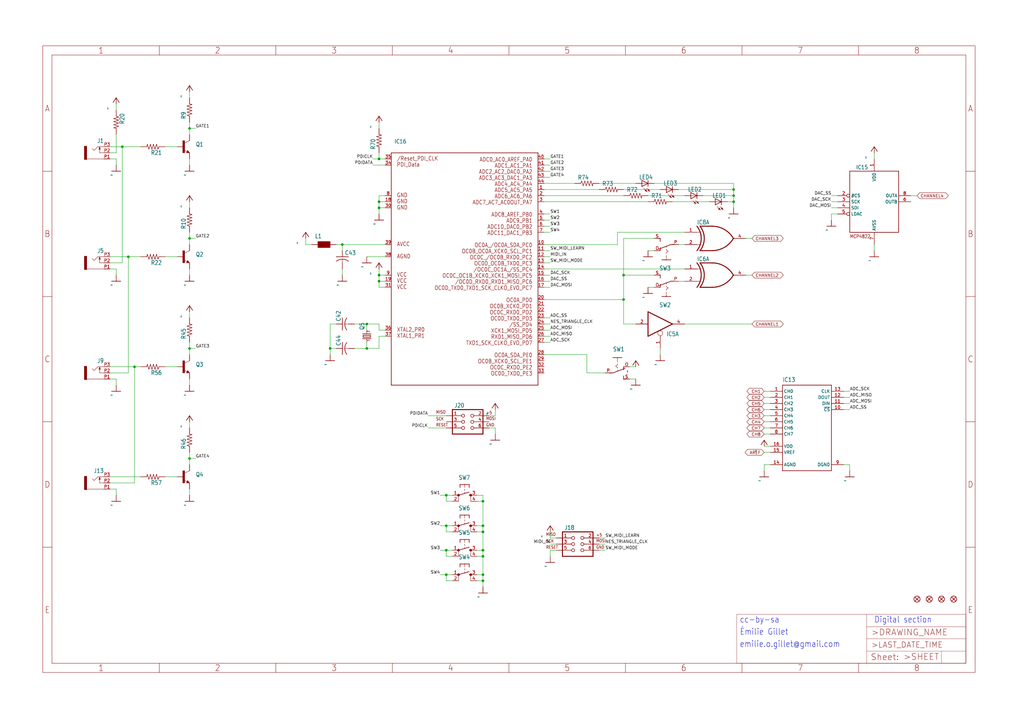
<source format=kicad_sch>
(kicad_sch (version 20211123) (generator eeschema)
  (paper "User" 425.45 299.161)
  (lib_symbols
    (symbol "edges_v20-eagle-import:+3V3" (power)
      (property "Value" "+3V3" (at -2.54 -5.08 90))
      (symbol "+3V3_1_0"
        (pin power_in line (at 0 -2.54 90) (length 2.54) (name "+3V3") (number "1"))
      )
    )
    (symbol "edges_v20-eagle-import:-NPN-SOT23-BEC"
      (property "Reference" "T" (at -10.16 7.62 0))
      (property "Value" "-NPN-SOT23-BEC" (at -10.16 5.08 0))
      (symbol "-NPN-SOT23-BEC_1_0"
        (pin passive line (at -2.54 0 0) (length 2.54) (name "B") (number "B"))
        (pin passive line (at 2.54 5.08 270) (length 2.54) (name "C") (number "C"))
        (pin passive line (at 2.54 -5.08 90) (length 2.54) (name "E") (number "E"))
      )
    )
    (symbol "edges_v20-eagle-import:741G125DBV"
      (property "Reference" "IC" (at -0.635 -0.635 0))
      (symbol "741G125DBV_1_0"
        (pin input line (at 0 10.16 270) (length 5.08) (name "OE") (number "1"))
        (pin input line (at -10.16 0 0) (length 5.08) (name "I") (number "2"))
        (pin tri_state line (at 10.16 0 180) (length 5.08) (name "O") (number "4"))
      )
      (symbol "741G125DBV_2_0"
        (text "GND" (at 1.905 -6.35 900) (effects (font (size 1.27 1.0795)) (justify left bottom)))
        (text "VCC" (at 1.905 2.54 900) (effects (font (size 1.27 1.0795)) (justify left bottom)))
        (pin power_in line (at 0 -7.62 90) (length 5.08) (name "GND") (number "3"))
        (pin power_in line (at 0 7.62 270) (length 5.08) (name "VCC") (number "5"))
      )
    )
    (symbol "edges_v20-eagle-import:741G86DBV"
      (property "Reference" "IC" (at -0.635 -0.635 0))
      (symbol "741G86DBV_1_0"
        (pin input line (at -12.7 2.54 0) (length 5.08) (name "I0") (number "1"))
        (pin input line (at -12.7 -2.54 0) (length 5.08) (name "I1") (number "2"))
        (pin output line (at 12.7 0 180) (length 5.08) (name "O") (number "4"))
      )
      (symbol "741G86DBV_2_0"
        (text "GND" (at 1.905 -6.35 900) (effects (font (size 1.27 1.0795)) (justify left bottom)))
        (text "VCC" (at 1.905 2.54 900) (effects (font (size 1.27 1.0795)) (justify left bottom)))
        (pin power_in line (at 0 -7.62 90) (length 5.08) (name "GND") (number "3"))
        (pin power_in line (at 0 7.62 270) (length 5.08) (name "VCC") (number "5"))
      )
    )
    (symbol "edges_v20-eagle-import:A3L-LOC"
      (symbol "A3L-LOC_0_0"
        (text "1" (at 24.2094 1.905 0) (effects (font (size 2.54 2.286))))
        (text "1" (at 24.2094 258.445 0) (effects (font (size 2.54 2.286))))
        (text "2" (at 72.6281 1.905 0) (effects (font (size 2.54 2.286))))
        (text "2" (at 72.6281 258.445 0) (effects (font (size 2.54 2.286))))
        (text "3" (at 121.0469 1.905 0) (effects (font (size 2.54 2.286))))
        (text "3" (at 121.0469 258.445 0) (effects (font (size 2.54 2.286))))
        (text "4" (at 169.4656 1.905 0) (effects (font (size 2.54 2.286))))
        (text "4" (at 169.4656 258.445 0) (effects (font (size 2.54 2.286))))
        (text "5" (at 217.8844 1.905 0) (effects (font (size 2.54 2.286))))
        (text "5" (at 217.8844 258.445 0) (effects (font (size 2.54 2.286))))
        (text "6" (at 266.3031 1.905 0) (effects (font (size 2.54 2.286))))
        (text "6" (at 266.3031 258.445 0) (effects (font (size 2.54 2.286))))
        (text "7" (at 314.7219 1.905 0) (effects (font (size 2.54 2.286))))
        (text "7" (at 314.7219 258.445 0) (effects (font (size 2.54 2.286))))
        (text "8" (at 363.1406 1.905 0) (effects (font (size 2.54 2.286))))
        (text "8" (at 363.1406 258.445 0) (effects (font (size 2.54 2.286))))
        (text "A" (at 1.905 234.315 0) (effects (font (size 2.54 2.286))))
        (text "A" (at 385.445 234.315 0) (effects (font (size 2.54 2.286))))
        (text "B" (at 1.905 182.245 0) (effects (font (size 2.54 2.286))))
        (text "B" (at 385.445 182.245 0) (effects (font (size 2.54 2.286))))
        (text "C" (at 1.905 130.175 0) (effects (font (size 2.54 2.286))))
        (text "C" (at 385.445 130.175 0) (effects (font (size 2.54 2.286))))
        (text "D" (at 1.905 78.105 0) (effects (font (size 2.54 2.286))))
        (text "D" (at 385.445 78.105 0) (effects (font (size 2.54 2.286))))
        (text "E" (at 1.905 26.035 0) (effects (font (size 2.54 2.286))))
        (text "E" (at 385.445 26.035 0) (effects (font (size 2.54 2.286))))
      )
      (symbol "A3L-LOC_1_0"
        (text ">DRAWING_NAME" (at 344.17 15.24 0) (effects (font (size 2.54 2.54)) (justify left bottom)))
        (text ">LAST_DATE_TIME" (at 344.17 10.16 0) (effects (font (size 2.286 2.286)) (justify left bottom)))
        (text ">SHEET" (at 357.505 5.08 0) (effects (font (size 2.54 2.54)) (justify left bottom)))
        (text "Sheet:" (at 343.916 4.953 0) (effects (font (size 2.54 2.54)) (justify left bottom)))
      )
    )
    (symbol "edges_v20-eagle-import:AVR_SPI_PRG_6PTH"
      (property "Value" "AVR_SPI_PRG_6PTH" (at -4.064 -7.62 0))
      (symbol "AVR_SPI_PRG_6PTH_1_0"
        (text "+5" (at 8.89 3.048 0) (effects (font (size 1.27 1.0795)) (justify left bottom)))
        (text "GND" (at 8.89 -2.032 0) (effects (font (size 1.27 1.0795)) (justify left bottom)))
        (text "MISO" (at -11.938 3.302 0) (effects (font (size 1.27 1.0795)) (justify left bottom)))
        (text "MOSI" (at 8.89 0.635 0) (effects (font (size 1.27 1.0795)) (justify left bottom)))
        (text "RESET" (at -11.938 -2.032 0) (effects (font (size 1.27 1.0795)) (justify left bottom)))
        (text "SCK" (at -11.938 0.508 0) (effects (font (size 1.27 1.0795)) (justify left bottom)))
        (pin passive inverted (at -7.62 2.54 0) (length 7.62) (name "1") (number "1"))
        (pin passive inverted (at 10.16 2.54 180) (length 7.62) (name "2") (number "2"))
        (pin passive inverted (at -7.62 0 0) (length 7.62) (name "3") (number "3"))
        (pin passive inverted (at 10.16 0 180) (length 7.62) (name "4") (number "4"))
        (pin passive inverted (at -7.62 -2.54 0) (length 7.62) (name "5") (number "5"))
        (pin passive inverted (at 10.16 -2.54 180) (length 7.62) (name "6") (number "6"))
      )
    )
    (symbol "edges_v20-eagle-import:AVR_XMEGA_A4_44A"
      (property "Reference" "IC" (at -29.21 52.07 0))
      (property "Value" "AVR_XMEGA_A4_44A" (at -29.21 49.53 0))
      (symbol "AVR_XMEGA_A4_44A_1_0"
        (text "/OC0C_OC1A_/SS_PC4" (at 28.194 0.762 0) (effects (font (size 1.6764 1.4249)) (justify right top)))
        (text "/OC0D_RXD0_RXD1_MISO_PC6" (at 28.194 -4.318 0) (effects (font (size 1.6764 1.4249)) (justify right top)))
        (text "/Reset_PDI_CLK" (at -28.194 44.958 0) (effects (font (size 1.6764 1.4249)) (justify left bottom)))
        (text "/SS_PD4" (at 28.194 -22.098 0) (effects (font (size 1.6764 1.4249)) (justify right top)))
        (text "ADC0_AC0_AREF_PA0" (at 28.194 46.482 0) (effects (font (size 1.6764 1.4249)) (justify right top)))
        (text "ADC10_DAC0_PB2" (at 28.194 18.542 0) (effects (font (size 1.6764 1.4249)) (justify right top)))
        (text "ADC11_DAC1_PB3" (at 28.194 16.002 0) (effects (font (size 1.6764 1.4249)) (justify right top)))
        (text "ADC1_AC1_PA1" (at 28.194 43.942 0) (effects (font (size 1.6764 1.4249)) (justify right top)))
        (text "ADC2_AC2_DAC0_PA2" (at 28.194 41.402 0) (effects (font (size 1.6764 1.4249)) (justify right top)))
        (text "ADC3_AC3_DAC1_PA3" (at 28.194 38.862 0) (effects (font (size 1.6764 1.4249)) (justify right top)))
        (text "ADC4_AC4_PA4" (at 28.194 36.322 0) (effects (font (size 1.6764 1.4249)) (justify right top)))
        (text "ADC5_AC5_PA5" (at 28.194 33.782 0) (effects (font (size 1.6764 1.4249)) (justify right top)))
        (text "ADC6_AC6_PA6" (at 28.194 31.242 0) (effects (font (size 1.6764 1.4249)) (justify right top)))
        (text "ADC7_AC7_AC0OUT_PA7" (at 28.194 28.702 0) (effects (font (size 1.6764 1.4249)) (justify right top)))
        (text "ADC8_AREF_PB0" (at 28.194 23.622 0) (effects (font (size 1.6764 1.4249)) (justify right top)))
        (text "ADC9_PB1" (at 28.194 21.082 0) (effects (font (size 1.6764 1.4249)) (justify right top)))
        (text "AGND" (at -28.194 4.318 0) (effects (font (size 1.6764 1.4249)) (justify left bottom)))
        (text "AVCC" (at -28.194 9.398 0) (effects (font (size 1.6764 1.4249)) (justify left bottom)))
        (text "GND" (at -28.194 24.638 0) (effects (font (size 1.6764 1.4249)) (justify left bottom)))
        (text "GND" (at -28.194 27.178 0) (effects (font (size 1.6764 1.4249)) (justify left bottom)))
        (text "GND" (at -28.194 29.718 0) (effects (font (size 1.6764 1.4249)) (justify left bottom)))
        (text "OC0A_/OC0A_SDA_PC0" (at 28.194 10.922 0) (effects (font (size 1.6764 1.4249)) (justify right top)))
        (text "OC0A_PD0" (at 28.194 -11.938 0) (effects (font (size 1.6764 1.4249)) (justify right top)))
        (text "OC0A_SDA_PE0" (at 28.194 -34.798 0) (effects (font (size 1.6764 1.4249)) (justify right top)))
        (text "OC0B_OC0A_XCK0_SCL_PC1" (at 28.194 8.382 0) (effects (font (size 1.6764 1.4249)) (justify right top)))
        (text "OC0B_XCK0_PD1" (at 28.194 -14.478 0) (effects (font (size 1.6764 1.4249)) (justify right top)))
        (text "OC0B_XCK0_SCL_PE1" (at 28.194 -37.338 0) (effects (font (size 1.6764 1.4249)) (justify right top)))
        (text "OC0C_/OC0B_RXD0_PC2" (at 28.194 5.842 0) (effects (font (size 1.6764 1.4249)) (justify right top)))
        (text "OC0C_OC1B_XCK0_XCK1_MOSI_PC5" (at 28.194 -1.778 0) (effects (font (size 1.6764 1.4249)) (justify right top)))
        (text "OC0C_RXD0_PD2" (at 28.194 -17.018 0) (effects (font (size 1.6764 1.4249)) (justify right top)))
        (text "OC0C_RXD0_PE2" (at 28.194 -39.878 0) (effects (font (size 1.6764 1.4249)) (justify right top)))
        (text "OC0D_OC0B_TXD0_PC3" (at 28.194 3.302 0) (effects (font (size 1.6764 1.4249)) (justify right top)))
        (text "OC0D_TXD0_PD3" (at 28.194 -19.558 0) (effects (font (size 1.6764 1.4249)) (justify right top)))
        (text "OC0D_TXD0_PE3" (at 28.194 -42.418 0) (effects (font (size 1.6764 1.4249)) (justify right top)))
        (text "OC0D_TXD0_TXD1_SCK_CLKO_EVO_PC7" (at 28.194 -6.858 0) (effects (font (size 1.6764 1.4249)) (justify right top)))
        (text "PDI_Data" (at -28.194 42.418 0) (effects (font (size 1.6764 1.4249)) (justify left bottom)))
        (text "RXD1_MISO_PD6" (at 28.194 -27.178 0) (effects (font (size 1.6764 1.4249)) (justify right top)))
        (text "TXD1_SCK_CLKO_EVO_PD7" (at 28.194 -29.718 0) (effects (font (size 1.6764 1.4249)) (justify right top)))
        (text "VCC" (at -28.194 -8.382 0) (effects (font (size 1.6764 1.4249)) (justify left bottom)))
        (text "VCC" (at -28.194 -5.842 0) (effects (font (size 1.6764 1.4249)) (justify left bottom)))
        (text "VCC" (at -28.194 -3.302 0) (effects (font (size 1.6764 1.4249)) (justify left bottom)))
        (text "XCK1_MOSI_PD5" (at 28.194 -24.638 0) (effects (font (size 1.6764 1.4249)) (justify right top)))
        (text "XTAL1_PR1" (at -28.194 -28.702 0) (effects (font (size 1.6764 1.4249)) (justify left bottom)))
        (text "XTAL2_PR0" (at -28.194 -26.162 0) (effects (font (size 1.6764 1.4249)) (justify left bottom)))
        (pin bidirectional line (at 33.02 33.02 180) (length 2.54) (name "PA5") (number "1"))
        (pin bidirectional line (at 33.02 10.16 180) (length 2.54) (name "PC0") (number "10"))
        (pin bidirectional line (at 33.02 7.62 180) (length 2.54) (name "PC1") (number "11"))
        (pin bidirectional line (at 33.02 5.08 180) (length 2.54) (name "PC2") (number "12"))
        (pin bidirectional line (at 33.02 2.54 180) (length 2.54) (name "PC3") (number "13"))
        (pin bidirectional line (at 33.02 0 180) (length 2.54) (name "PC4") (number "14"))
        (pin bidirectional line (at 33.02 -2.54 180) (length 2.54) (name "PC5") (number "15"))
        (pin bidirectional line (at 33.02 -5.08 180) (length 2.54) (name "PC6") (number "16"))
        (pin bidirectional line (at 33.02 -7.62 180) (length 2.54) (name "PC7") (number "17"))
        (pin bidirectional line (at -33.02 27.94 0) (length 2.54) (name "GND2") (number "18"))
        (pin bidirectional line (at -33.02 -5.08 0) (length 2.54) (name "VCC2") (number "19"))
        (pin bidirectional line (at 33.02 30.48 180) (length 2.54) (name "PA6") (number "2"))
        (pin bidirectional line (at 33.02 -12.7 180) (length 2.54) (name "PD0") (number "20"))
        (pin bidirectional line (at 33.02 -15.24 180) (length 2.54) (name "PD1") (number "21"))
        (pin bidirectional line (at 33.02 -17.78 180) (length 2.54) (name "PD2") (number "22"))
        (pin bidirectional line (at 33.02 -20.32 180) (length 2.54) (name "PD3") (number "23"))
        (pin bidirectional line (at 33.02 -22.86 180) (length 2.54) (name "PD4") (number "24"))
        (pin bidirectional line (at 33.02 -25.4 180) (length 2.54) (name "PD5") (number "25"))
        (pin bidirectional line (at 33.02 -27.94 180) (length 2.54) (name "PD6") (number "26"))
        (pin bidirectional line (at 33.02 -30.48 180) (length 2.54) (name "PD7") (number "27"))
        (pin bidirectional line (at 33.02 -35.56 180) (length 2.54) (name "PE0") (number "28"))
        (pin bidirectional line (at 33.02 -38.1 180) (length 2.54) (name "PE1") (number "29"))
        (pin bidirectional line (at 33.02 27.94 180) (length 2.54) (name "PA7") (number "3"))
        (pin bidirectional line (at -33.02 25.4 0) (length 2.54) (name "GND3") (number "30"))
        (pin bidirectional line (at -33.02 -7.62 0) (length 2.54) (name "VCC3") (number "31"))
        (pin bidirectional line (at 33.02 -40.64 180) (length 2.54) (name "PE2") (number "32"))
        (pin bidirectional line (at 33.02 -43.18 180) (length 2.54) (name "PE3") (number "33"))
        (pin bidirectional line (at -33.02 43.18 0) (length 2.54) (name "PDI_DATA") (number "34"))
        (pin bidirectional line (at -33.02 45.72 0) (length 2.54) (name "RESET") (number "35"))
        (pin bidirectional line (at -33.02 -25.4 0) (length 2.54) (name "PR0") (number "36"))
        (pin bidirectional line (at -33.02 -27.94 0) (length 2.54) (name "PR1") (number "37"))
        (pin bidirectional line (at -33.02 5.08 0) (length 2.54) (name "AGND") (number "38"))
        (pin bidirectional line (at -33.02 10.16 0) (length 2.54) (name "AVCC") (number "39"))
        (pin bidirectional line (at 33.02 22.86 180) (length 2.54) (name "PB0") (number "4"))
        (pin bidirectional line (at 33.02 45.72 180) (length 2.54) (name "PA0") (number "40"))
        (pin bidirectional line (at 33.02 43.18 180) (length 2.54) (name "PA1") (number "41"))
        (pin bidirectional line (at 33.02 40.64 180) (length 2.54) (name "PA2") (number "42"))
        (pin bidirectional line (at 33.02 38.1 180) (length 2.54) (name "PA3") (number "43"))
        (pin bidirectional line (at 33.02 35.56 180) (length 2.54) (name "PA4") (number "44"))
        (pin bidirectional line (at 33.02 20.32 180) (length 2.54) (name "PB1") (number "5"))
        (pin bidirectional line (at 33.02 17.78 180) (length 2.54) (name "PB2") (number "6"))
        (pin bidirectional line (at 33.02 15.24 180) (length 2.54) (name "PB3") (number "7"))
        (pin bidirectional line (at -33.02 30.48 0) (length 2.54) (name "GND1") (number "8"))
        (pin bidirectional line (at -33.02 -2.54 0) (length 2.54) (name "VCC1") (number "9"))
      )
    )
    (symbol "edges_v20-eagle-import:C-USC0603"
      (property "Reference" "C" (at 1.016 0.635 0))
      (property "Value" "C-USC0603" (at 1.016 -4.191 0))
      (symbol "C-USC0603_1_0"
        (pin passive line (at 0 2.54 270) (length 2.54) (name "1") (number "1"))
        (pin passive line (at 0 -5.08 90) (length 2.54) (name "2") (number "2"))
      )
    )
    (symbol "edges_v20-eagle-import:CRYSTALHC49U70"
      (property "Reference" "Q" (at 2.54 1.016 0))
      (property "Value" "CRYSTALHC49U70" (at 2.54 -2.54 0))
      (symbol "CRYSTALHC49U70_1_0"
        (text "1" (at -2.159 -1.143 0) (effects (font (size 0.8636 0.734)) (justify left bottom)))
        (text "2" (at 1.524 -1.143 0) (effects (font (size 0.8636 0.734)) (justify left bottom)))
        (pin passive line (at -2.54 0 0) (length 0) (name "1") (number "1"))
        (pin passive line (at 2.54 0 180) (length 0) (name "2") (number "2"))
      )
    )
    (symbol "edges_v20-eagle-import:FIDUCIAL1X2")
    (symbol "edges_v20-eagle-import:GND" (power)
      (property "Value" "GND" (at -2.54 -2.54 0))
      (symbol "GND_1_0"
        (pin power_in line (at 0 2.54 270) (length 2.54) (name "GND") (number "1"))
      )
    )
    (symbol "edges_v20-eagle-import:LED3MM"
      (property "Reference" "LED" (at 3.556 -4.572 90))
      (property "Value" "LED3MM" (at 5.715 -4.572 90))
      (symbol "LED3MM_1_0"
        (pin passive line (at 0 2.54 270) (length 2.54) (name "A") (number "A"))
        (pin passive line (at 0 -5.08 90) (length 2.54) (name "C") (number "K"))
      )
    )
    (symbol "edges_v20-eagle-import:MCP3208"
      (property "Value" "MCP3208" (at 10.16 -13.97 0))
      (symbol "MCP3208_1_0"
        (pin bidirectional line (at -15.24 10.16 0) (length 5.08) (name "CH0") (number "1"))
        (pin bidirectional line (at 15.24 2.54 180) (length 5.08) (name "~{CS}") (number "10"))
        (pin bidirectional line (at 15.24 5.08 180) (length 5.08) (name "DIN") (number "11"))
        (pin bidirectional line (at 15.24 7.62 180) (length 5.08) (name "DOUT") (number "12"))
        (pin bidirectional line (at 15.24 10.16 180) (length 5.08) (name "CLK") (number "13"))
        (pin bidirectional line (at -15.24 -20.32 0) (length 5.08) (name "AGND") (number "14"))
        (pin bidirectional line (at -15.24 -15.24 0) (length 5.08) (name "VREF") (number "15"))
        (pin bidirectional line (at -15.24 -12.7 0) (length 5.08) (name "VDD") (number "16"))
        (pin bidirectional line (at -15.24 7.62 0) (length 5.08) (name "CH1") (number "2"))
        (pin bidirectional line (at -15.24 5.08 0) (length 5.08) (name "CH2") (number "3"))
        (pin bidirectional line (at -15.24 2.54 0) (length 5.08) (name "CH3") (number "4"))
        (pin bidirectional line (at -15.24 0 0) (length 5.08) (name "CH4") (number "5"))
        (pin bidirectional line (at -15.24 -2.54 0) (length 5.08) (name "CH5") (number "6"))
        (pin bidirectional line (at -15.24 -5.08 0) (length 5.08) (name "CH6") (number "7"))
        (pin bidirectional line (at -15.24 -7.62 0) (length 5.08) (name "CH7") (number "8"))
        (pin bidirectional line (at 15.24 -20.32 180) (length 5.08) (name "DGND") (number "9"))
      )
    )
    (symbol "edges_v20-eagle-import:MCP4822SO08"
      (symbol "MCP4822SO08_1_0"
        (text "MCP4822" (at -10.16 -15.24 0) (effects (font (size 1.4224 1.209)) (justify left bottom)))
        (pin power_in line (at 0 17.78 270) (length 5.08) (name "VDD") (number "1"))
        (pin input inverted (at -15.24 2.54 0) (length 5.08) (name "#CS") (number "2"))
        (pin input line (at -15.24 0 0) (length 5.08) (name "SCK") (number "3"))
        (pin input line (at -15.24 -2.54 0) (length 5.08) (name "SDI") (number "4"))
        (pin input inverted (at -15.24 -5.08 0) (length 5.08) (name "LDAC") (number "5"))
        (pin output line (at 15.24 0 180) (length 5.08) (name "OUTB") (number "6"))
        (pin power_in line (at 0 -17.78 90) (length 5.08) (name "AVSS") (number "7"))
        (pin output line (at 15.24 2.54 180) (length 5.08) (name "OUTA") (number "8"))
      )
    )
    (symbol "edges_v20-eagle-import:PJ301_THONKICONN6"
      (property "Reference" "J" (at -2.54 4.064 0))
      (symbol "PJ301_THONKICONN6_1_0"
        (pin passive line (at -5.08 -2.54 0) (length 2.54) (name "1") (number "P1"))
        (pin passive line (at -5.08 0 0) (length 2.54) (name "2") (number "P2"))
        (pin passive line (at -5.08 2.54 0) (length 2.54) (name "3") (number "P3"))
      )
    )
    (symbol "edges_v20-eagle-import:R-US_R0603"
      (property "Reference" "R" (at -3.81 1.4986 0))
      (property "Value" "R-US_R0603" (at -3.81 -3.302 0))
      (symbol "R-US_R0603_1_0"
        (pin passive line (at -5.08 0 0) (length 2.54) (name "1") (number "1"))
        (pin passive line (at 5.08 0 180) (length 2.54) (name "2") (number "2"))
      )
    )
    (symbol "edges_v20-eagle-import:S-ON-ONSMALL_SLIDE"
      (property "Reference" "S" (at -6.35 -1.905 90))
      (property "Value" "S-ON-ONSMALL_SLIDE" (at -3.81 3.175 90))
      (symbol "S-ON-ONSMALL_SLIDE_1_0"
        (pin passive line (at 0 5.08 270) (length 2.54) (name "O") (number "O"))
        (pin passive line (at 2.54 -5.08 90) (length 2.54) (name "P") (number "P"))
        (pin passive line (at 5.08 5.08 270) (length 2.54) (name "S") (number "S"))
      )
    )
    (symbol "edges_v20-eagle-import:TAC_SWITCHPTH"
      (property "Reference" "S" (at -2.54 6.35 0))
      (property "Value" "TAC_SWITCHPTH" (at -2.54 -6.35 0))
      (symbol "TAC_SWITCHPTH_1_0"
        (pin passive line (at -5.08 0 0) (length 2.54) (name "1") (number "1"))
        (pin passive line (at -5.08 -2.54 0) (length 2.54) (name "2") (number "2"))
        (pin passive line (at 5.08 0 180) (length 2.54) (name "3") (number "3"))
        (pin passive line (at 5.08 -2.54 180) (length 2.54) (name "4") (number "4"))
      )
    )
    (symbol "edges_v20-eagle-import:WE-CBF_0603"
      (property "Reference" "L" (at -3.81 5.08 0))
      (property "Value" "WE-CBF_0603" (at -3.81 -1.27 0))
      (symbol "WE-CBF_0603_1_0"
        (pin passive line (at -5.08 2.54 0) (length 2.54) (name "1") (number "1"))
        (pin passive line (at 5.08 2.54 180) (length 2.54) (name "2") (number "2"))
      )
    )
  )
  (junction (at 55.88 152.4))
  (junction (at 157.48 66.04))
  (junction (at 185.42 205.74))
  (junction (at 259.08 124.46))
  (junction (at 157.48 83.82))
  (junction (at 259.08 114.3))
  (junction (at 185.42 238.76))
  (junction (at 200.66 241.3))
  (junction (at 142.24 101.6))
  (junction (at 200.66 228.6))
  (junction (at 304.8 81.28))
  (junction (at 200.66 220.98))
  (junction (at 78.74 190.5))
  (junction (at 152.4 134.62))
  (junction (at 200.66 238.76))
  (junction (at 185.42 218.44))
  (junction (at 157.48 116.84))
  (junction (at 53.34 106.68))
  (junction (at 137.16 144.78))
  (junction (at 78.74 53.34))
  (junction (at 157.48 114.3))
  (junction (at 78.74 99.06))
  (junction (at 304.8 83.82))
  (junction (at 185.42 228.6))
  (junction (at 157.48 86.36))
  (junction (at 78.74 144.78))
  (junction (at 50.8 60.96))
  (junction (at 152.4 144.78))
  (junction (at 200.66 218.44))
  (junction (at 200.66 208.28))
  (junction (at 200.66 231.14))
  (junction (at 304.8 78.74))
  (wire (pts (xy 200.66 228.6) (xy 200.66 231.14)))
  (wire (pts (xy 160.02 119.38) (xy 157.48 119.38)))
  (wire (pts (xy 226.06 93.98) (xy 228.6 93.98)))
  (wire (pts (xy 251.46 154.94) (xy 243.84 154.94)))
  (wire (pts (xy 48.26 55.88) (xy 48.26 63.5)))
  (wire (pts (xy 45.72 60.96) (xy 50.8 60.96)))
  (wire (pts (xy 68.58 152.4) (xy 73.66 152.4)))
  (wire (pts (xy 198.12 205.74) (xy 200.66 205.74)))
  (wire (pts (xy 259.08 114.3) (xy 259.08 99.06)))
  (wire (pts (xy 152.4 134.62) (xy 152.4 137.16)))
  (wire (pts (xy 157.48 137.16) (xy 160.02 137.16)))
  (wire (pts (xy 147.32 144.78) (xy 152.4 144.78)))
  (wire (pts (xy 187.96 241.3) (xy 185.42 241.3)))
  (wire (pts (xy 55.88 152.4) (xy 55.88 200.66)))
  (wire (pts (xy 185.42 228.6) (xy 185.42 231.14)))
  (wire (pts (xy 185.42 228.6) (xy 182.88 228.6)))
  (wire (pts (xy 78.74 144.78) (xy 81.28 144.78)))
  (wire (pts (xy 185.42 238.76) (xy 182.88 238.76)))
  (wire (pts (xy 347.98 81.28) (xy 345.44 81.28)))
  (wire (pts (xy 248.92 223.52) (xy 251.46 223.52)))
  (wire (pts (xy 185.42 177.8) (xy 177.8 177.8)))
  (wire (pts (xy 226.06 83.82) (xy 269.24 83.82)))
  (wire (pts (xy 187.96 208.28) (xy 185.42 208.28)))
  (wire (pts (xy 198.12 220.98) (xy 200.66 220.98)))
  (wire (pts (xy 320.04 177.8) (xy 317.5 177.8)))
  (wire (pts (xy 200.66 231.14) (xy 200.66 238.76)))
  (wire (pts (xy 185.42 218.44) (xy 182.88 218.44)))
  (wire (pts (xy 78.74 99.06) (xy 78.74 96.52)))
  (wire (pts (xy 281.94 101.6) (xy 284.48 101.6)))
  (wire (pts (xy 157.48 66.04) (xy 157.48 63.5)))
  (wire (pts (xy 152.4 134.62) (xy 157.48 134.62)))
  (wire (pts (xy 320.04 167.64) (xy 317.5 167.64)))
  (wire (pts (xy 78.74 53.34) (xy 81.28 53.34)))
  (wire (pts (xy 347.98 83.82) (xy 345.44 83.82)))
  (wire (pts (xy 78.74 193.04) (xy 78.74 190.5)))
  (wire (pts (xy 228.6 223.52) (xy 231.14 223.52)))
  (wire (pts (xy 78.74 83.82) (xy 78.74 86.36)))
  (wire (pts (xy 160.02 106.68) (xy 152.4 106.68)))
  (wire (pts (xy 345.44 88.9) (xy 345.44 91.44)))
  (wire (pts (xy 284.48 134.62) (xy 312.42 134.62)))
  (wire (pts (xy 137.16 144.78) (xy 137.16 134.62)))
  (wire (pts (xy 127 101.6) (xy 129.54 101.6)))
  (wire (pts (xy 157.48 139.7) (xy 160.02 139.7)))
  (wire (pts (xy 187.96 218.44) (xy 185.42 218.44)))
  (wire (pts (xy 187.96 228.6) (xy 185.42 228.6)))
  (wire (pts (xy 302.26 83.82) (xy 304.8 83.82)))
  (wire (pts (xy 226.06 66.04) (xy 228.6 66.04)))
  (wire (pts (xy 198.12 208.28) (xy 200.66 208.28)))
  (wire (pts (xy 78.74 203.2) (xy 78.74 205.74)))
  (wire (pts (xy 320.04 165.1) (xy 317.5 165.1)))
  (wire (pts (xy 350.52 170.18) (xy 353.06 170.18)))
  (wire (pts (xy 281.94 78.74) (xy 304.8 78.74)))
  (wire (pts (xy 68.58 198.12) (xy 73.66 198.12)))
  (wire (pts (xy 226.06 78.74) (xy 248.92 78.74)))
  (wire (pts (xy 157.48 134.62) (xy 157.48 137.16)))
  (wire (pts (xy 203.2 172.72) (xy 205.74 172.72)))
  (wire (pts (xy 261.62 157.48) (xy 264.16 157.48)))
  (wire (pts (xy 78.74 101.6) (xy 78.74 99.06)))
  (wire (pts (xy 78.74 111.76) (xy 78.74 114.3)))
  (wire (pts (xy 200.66 218.44) (xy 200.66 220.98)))
  (wire (pts (xy 157.48 116.84) (xy 160.02 116.84)))
  (wire (pts (xy 320.04 187.96) (xy 317.5 187.96)))
  (wire (pts (xy 48.26 111.76) (xy 48.26 114.3)))
  (wire (pts (xy 243.84 154.94) (xy 243.84 147.32)))
  (wire (pts (xy 320.04 180.34) (xy 317.5 180.34)))
  (wire (pts (xy 45.72 154.94) (xy 53.34 154.94)))
  (wire (pts (xy 50.8 109.22) (xy 50.8 60.96)))
  (wire (pts (xy 226.06 116.84) (xy 228.6 116.84)))
  (wire (pts (xy 226.06 81.28) (xy 259.08 81.28)))
  (wire (pts (xy 48.26 66.04) (xy 48.26 68.58)))
  (wire (pts (xy 226.06 114.3) (xy 228.6 114.3)))
  (wire (pts (xy 45.72 63.5) (xy 48.26 63.5)))
  (wire (pts (xy 226.06 132.08) (xy 228.6 132.08)))
  (wire (pts (xy 228.6 223.52) (xy 228.6 220.98)))
  (wire (pts (xy 200.66 220.98) (xy 200.66 228.6)))
  (wire (pts (xy 48.26 203.2) (xy 48.26 205.74)))
  (wire (pts (xy 259.08 124.46) (xy 259.08 114.3)))
  (wire (pts (xy 185.42 205.74) (xy 185.42 208.28)))
  (wire (pts (xy 259.08 114.3) (xy 271.78 114.3)))
  (wire (pts (xy 45.72 66.04) (xy 48.26 66.04)))
  (wire (pts (xy 259.08 78.74) (xy 274.32 78.74)))
  (wire (pts (xy 157.48 50.8) (xy 157.48 53.34)))
  (wire (pts (xy 309.88 99.06) (xy 312.42 99.06)))
  (wire (pts (xy 274.32 147.32) (xy 274.32 144.78)))
  (wire (pts (xy 78.74 190.5) (xy 78.74 187.96)))
  (wire (pts (xy 200.66 238.76) (xy 200.66 241.3)))
  (wire (pts (xy 45.72 109.22) (xy 50.8 109.22)))
  (wire (pts (xy 157.48 83.82) (xy 160.02 83.82)))
  (wire (pts (xy 45.72 203.2) (xy 48.26 203.2)))
  (wire (pts (xy 157.48 86.36) (xy 157.48 88.9)))
  (wire (pts (xy 78.74 99.06) (xy 81.28 99.06)))
  (wire (pts (xy 226.06 124.46) (xy 259.08 124.46)))
  (wire (pts (xy 137.16 144.78) (xy 137.16 147.32)))
  (wire (pts (xy 185.42 218.44) (xy 185.42 220.98)))
  (wire (pts (xy 320.04 185.42) (xy 317.5 185.42)))
  (wire (pts (xy 187.96 205.74) (xy 185.42 205.74)))
  (wire (pts (xy 228.6 228.6) (xy 228.6 231.14)))
  (wire (pts (xy 58.42 60.96) (xy 50.8 60.96)))
  (wire (pts (xy 198.12 238.76) (xy 200.66 238.76)))
  (wire (pts (xy 142.24 111.76) (xy 142.24 114.3)))
  (wire (pts (xy 228.6 228.6) (xy 231.14 228.6)))
  (wire (pts (xy 320.04 162.56) (xy 317.5 162.56)))
  (wire (pts (xy 226.06 71.12) (xy 228.6 71.12)))
  (wire (pts (xy 271.78 104.14) (xy 269.24 104.14)))
  (wire (pts (xy 350.52 165.1) (xy 353.06 165.1)))
  (wire (pts (xy 127 99.06) (xy 127 101.6)))
  (wire (pts (xy 226.06 106.68) (xy 228.6 106.68)))
  (wire (pts (xy 261.62 152.4) (xy 264.16 152.4)))
  (wire (pts (xy 378.46 81.28) (xy 381 81.28)))
  (wire (pts (xy 320.04 172.72) (xy 317.5 172.72)))
  (wire (pts (xy 320.04 193.04) (xy 317.5 193.04)))
  (wire (pts (xy 187.96 231.14) (xy 185.42 231.14)))
  (wire (pts (xy 350.52 162.56) (xy 353.06 162.56)))
  (wire (pts (xy 226.06 119.38) (xy 228.6 119.38)))
  (wire (pts (xy 309.88 114.3) (xy 312.42 114.3)))
  (wire (pts (xy 45.72 106.68) (xy 53.34 106.68)))
  (wire (pts (xy 187.96 220.98) (xy 185.42 220.98)))
  (wire (pts (xy 226.06 73.66) (xy 228.6 73.66)))
  (wire (pts (xy 281.94 116.84) (xy 284.48 116.84)))
  (wire (pts (xy 160.02 66.04) (xy 157.48 66.04)))
  (wire (pts (xy 226.06 91.44) (xy 228.6 91.44)))
  (wire (pts (xy 185.42 172.72) (xy 177.8 172.72)))
  (wire (pts (xy 185.42 205.74) (xy 182.88 205.74)))
  (wire (pts (xy 363.22 63.5) (xy 363.22 66.04)))
  (wire (pts (xy 248.92 226.06) (xy 251.46 226.06)))
  (wire (pts (xy 203.2 177.8) (xy 205.74 177.8)))
  (wire (pts (xy 317.5 193.04) (xy 317.5 195.58)))
  (wire (pts (xy 142.24 101.6) (xy 142.24 104.14)))
  (wire (pts (xy 45.72 111.76) (xy 48.26 111.76)))
  (wire (pts (xy 45.72 152.4) (xy 55.88 152.4)))
  (wire (pts (xy 259.08 134.62) (xy 264.16 134.62)))
  (wire (pts (xy 142.24 101.6) (xy 160.02 101.6)))
  (wire (pts (xy 320.04 170.18) (xy 317.5 170.18)))
  (wire (pts (xy 226.06 96.52) (xy 228.6 96.52)))
  (wire (pts (xy 248.92 228.6) (xy 251.46 228.6)))
  (wire (pts (xy 320.04 175.26) (xy 317.5 175.26)))
  (wire (pts (xy 152.4 144.78) (xy 152.4 142.24)))
  (wire (pts (xy 347.98 88.9) (xy 345.44 88.9)))
  (wire (pts (xy 157.48 111.76) (xy 157.48 114.3)))
  (wire (pts (xy 304.8 76.2) (xy 304.8 78.74)))
  (wire (pts (xy 269.24 81.28) (xy 284.48 81.28)))
  (wire (pts (xy 78.74 144.78) (xy 78.74 142.24)))
  (wire (pts (xy 198.12 218.44) (xy 200.66 218.44)))
  (wire (pts (xy 45.72 200.66) (xy 55.88 200.66)))
  (wire (pts (xy 259.08 99.06) (xy 271.78 99.06)))
  (wire (pts (xy 157.48 144.78) (xy 157.48 139.7)))
  (wire (pts (xy 139.7 134.62) (xy 137.16 134.62)))
  (wire (pts (xy 226.06 134.62) (xy 228.6 134.62)))
  (wire (pts (xy 226.06 101.6) (xy 256.54 101.6)))
  (wire (pts (xy 58.42 106.68) (xy 53.34 106.68)))
  (wire (pts (xy 350.52 167.64) (xy 353.06 167.64)))
  (wire (pts (xy 226.06 76.2) (xy 238.76 76.2)))
  (wire (pts (xy 78.74 190.5) (xy 81.28 190.5)))
  (wire (pts (xy 226.06 88.9) (xy 228.6 88.9)))
  (wire (pts (xy 78.74 175.26) (xy 78.74 177.8)))
  (wire (pts (xy 157.48 86.36) (xy 160.02 86.36)))
  (wire (pts (xy 78.74 147.32) (xy 78.74 144.78)))
  (wire (pts (xy 58.42 152.4) (xy 55.88 152.4)))
  (wire (pts (xy 256.54 101.6) (xy 256.54 96.52)))
  (wire (pts (xy 259.08 124.46) (xy 259.08 134.62)))
  (wire (pts (xy 231.14 226.06) (xy 228.6 226.06)))
  (wire (pts (xy 45.72 157.48) (xy 48.26 157.48)))
  (wire (pts (xy 157.48 66.04) (xy 154.94 66.04)))
  (wire (pts (xy 48.26 157.48) (xy 48.26 160.02)))
  (wire (pts (xy 198.12 231.14) (xy 200.66 231.14)))
  (wire (pts (xy 139.7 101.6) (xy 142.24 101.6)))
  (wire (pts (xy 226.06 139.7) (xy 228.6 139.7)))
  (wire (pts (xy 226.06 142.24) (xy 228.6 142.24)))
  (wire (pts (xy 304.8 81.28) (xy 304.8 83.82)))
  (wire (pts (xy 200.66 205.74) (xy 200.66 208.28)))
  (wire (pts (xy 226.06 109.22) (xy 228.6 109.22)))
  (wire (pts (xy 279.4 83.82) (xy 294.64 83.82)))
  (wire (pts (xy 45.72 198.12) (xy 58.42 198.12)))
  (wire (pts (xy 350.52 193.04) (xy 353.06 193.04)))
  (wire (pts (xy 256.54 96.52) (xy 284.48 96.52)))
  (wire (pts (xy 78.74 53.34) (xy 78.74 50.8)))
  (wire (pts (xy 185.42 238.76) (xy 185.42 241.3)))
  (wire (pts (xy 198.12 241.3) (xy 200.66 241.3)))
  (wire (pts (xy 284.48 111.76) (xy 226.06 111.76)))
  (wire (pts (xy 205.74 177.8) (xy 205.74 180.34)))
  (wire (pts (xy 243.84 147.32) (xy 226.06 147.32)))
  (wire (pts (xy 68.58 60.96) (xy 73.66 60.96)))
  (wire (pts (xy 271.78 76.2) (xy 304.8 76.2)))
  (wire (pts (xy 304.8 78.74) (xy 304.8 81.28)))
  (wire (pts (xy 292.1 81.28) (xy 304.8 81.28)))
  (wire (pts (xy 363.22 101.6) (xy 363.22 104.14)))
  (wire (pts (xy 53.34 106.68) (xy 53.34 154.94)))
  (wire (pts (xy 157.48 83.82) (xy 157.48 86.36)))
  (wire (pts (xy 157.48 119.38) (xy 157.48 116.84)))
  (wire (pts (xy 347.98 86.36) (xy 345.44 86.36)))
  (wire (pts (xy 78.74 38.1) (xy 78.74 40.64)))
  (wire (pts (xy 200.66 208.28) (xy 200.66 218.44)))
  (wire (pts (xy 157.48 114.3) (xy 157.48 116.84)))
  (wire (pts (xy 78.74 66.04) (xy 78.74 68.58)))
  (wire (pts (xy 147.32 134.62) (xy 152.4 134.62)))
  (wire (pts (xy 160.02 81.28) (xy 157.48 81.28)))
  (wire (pts (xy 187.96 238.76) (xy 185.42 238.76)))
  (wire (pts (xy 78.74 157.48) (xy 78.74 160.02)))
  (wire (pts (xy 271.78 119.38) (xy 269.24 119.38)))
  (wire (pts (xy 248.92 76.2) (xy 264.16 76.2)))
  (wire (pts (xy 152.4 144.78) (xy 157.48 144.78)))
  (wire (pts (xy 200.66 241.3) (xy 200.66 243.84)))
  (wire (pts (xy 304.8 83.82) (xy 304.8 86.36)))
  (wire (pts (xy 78.74 129.54) (xy 78.74 132.08)))
  (wire (pts (xy 160.02 68.58) (xy 154.94 68.58)))
  (wire (pts (xy 226.06 104.14) (xy 228.6 104.14)))
  (wire (pts (xy 157.48 114.3) (xy 160.02 114.3)))
  (wire (pts (xy 78.74 55.88) (xy 78.74 53.34)))
  (wire (pts (xy 48.26 43.18) (xy 48.26 45.72)))
  (wire (pts (xy 157.48 81.28) (xy 157.48 83.82)))
  (wire (pts (xy 226.06 137.16) (xy 228.6 137.16)))
  (wire (pts (xy 353.06 193.04) (xy 353.06 195.58)))
  (wire (pts (xy 205.74 172.72) (xy 205.74 170.18)))
  (wire (pts (xy 198.12 228.6) (xy 200.66 228.6)))
  (wire (pts (xy 139.7 144.78) (xy 137.16 144.78)))
  (wire (pts (xy 68.58 106.68) (xy 73.66 106.68)))
  (wire (pts (xy 226.06 68.58) (xy 228.6 68.58)))
  (text "emilie.o.gillet@gmail.com" (at 307.34 269.24 180) (effects (font (size 2.54 2.159)) (justify left bottom)))
  (text "cc-by-sa" (at 307.34 259.08 180) (effects (font (size 2.54 2.159)) (justify left bottom)))
  (text "Émilie Gillet" (at 307.34 264.16 180) (effects (font (size 2.54 2.159)) (justify left bottom)))
  (text "Digital section" (at 363.22 259.08 180) (effects (font (size 2.54 2.159)) (justify left bottom)))
  (label "GATE1" (at 228.6 66.04 0) (effects (font (size 1.2446 1.2446))))
  (label "SW_MIDI_LEARN" (at 228.6 104.14 0) (effects (font (size 1.2446 1.2446))))
  (label "SW_MIDI_MODE" (at 228.6 109.22 0) (effects (font (size 1.2446 1.2446))))
  (label "GATE2" (at 81.28 99.06 0) (effects (font (size 1.2446 1.2446))))
  (label "ADC_SS" (at 228.6 132.08 0) (effects (font (size 1.2446 1.2446))))
  (label "DAC_SS" (at 228.6 116.84 0) (effects (font (size 1.2446 1.2446))))
  (label "SW_MIDI_LEARN" (at 251.46 223.52 0) (effects (font (size 1.2446 1.2446))))
  (label "DAC_MOSI" (at 228.6 119.38 0) (effects (font (size 1.2446 1.2446))))
  (label "PDIDATA" (at 154.94 68.58 180) (effects (font (size 1.2446 1.2446))))
  (label "SW3" (at 228.6 93.98 0) (effects (font (size 1.2446 1.2446))))
  (label "ADC_SCK" (at 228.6 142.24 0) (effects (font (size 1.2446 1.2446))))
  (label "ADC_SS" (at 353.06 170.18 0) (effects (font (size 1.2446 1.2446))))
  (label "GATE3" (at 81.28 144.78 0) (effects (font (size 1.2446 1.2446))))
  (label "ADC_SCK" (at 353.06 162.56 0) (effects (font (size 1.2446 1.2446))))
  (label "ADC_MOSI" (at 228.6 137.16 0) (effects (font (size 1.2446 1.2446))))
  (label "PDICLK" (at 154.94 66.04 180) (effects (font (size 1.2446 1.2446))))
  (label "SW_MIDI_MODE" (at 251.46 228.6 0) (effects (font (size 1.2446 1.2446))))
  (label "DAC_SCK" (at 345.44 83.82 180) (effects (font (size 1.2446 1.2446))))
  (label "DAC_SS" (at 345.44 81.28 180) (effects (font (size 1.2446 1.2446))))
  (label "SW2" (at 182.88 218.44 180) (effects (font (size 1.2446 1.2446))))
  (label "ADC_MOSI" (at 353.06 167.64 0) (effects (font (size 1.2446 1.2446))))
  (label "GATE2" (at 228.6 68.58 0) (effects (font (size 1.2446 1.2446))))
  (label "MIDI_IN" (at 228.6 106.68 0) (effects (font (size 1.2446 1.2446))))
  (label "GATE3" (at 228.6 71.12 0) (effects (font (size 1.2446 1.2446))))
  (label "ADC_MISO" (at 353.06 165.1 0) (effects (font (size 1.2446 1.2446))))
  (label "NES_TRIANGLE_CLK" (at 251.46 226.06 0) (effects (font (size 1.2446 1.2446))))
  (label "GATE4" (at 228.6 73.66 0) (effects (font (size 1.2446 1.2446))))
  (label "SW1" (at 228.6 88.9 0) (effects (font (size 1.2446 1.2446))))
  (label "MIDI_IN" (at 228.6 226.06 180) (effects (font (size 1.2446 1.2446))))
  (label "PDICLK" (at 177.8 177.8 180) (effects (font (size 1.2446 1.2446))))
  (label "DAC_MOSI" (at 345.44 86.36 180) (effects (font (size 1.2446 1.2446))))
  (label "SW1" (at 182.88 205.74 180) (effects (font (size 1.2446 1.2446))))
  (label "GATE4" (at 81.28 190.5 0) (effects (font (size 1.2446 1.2446))))
  (label "NES_TRIANGLE_CLK" (at 228.6 134.62 0) (effects (font (size 1.2446 1.2446))))
  (label "ADC_MISO" (at 228.6 139.7 0) (effects (font (size 1.2446 1.2446))))
  (label "SW4" (at 228.6 96.52 0) (effects (font (size 1.2446 1.2446))))
  (label "DAC_SCK" (at 228.6 114.3 0) (effects (font (size 1.2446 1.2446))))
  (label "PDIDATA" (at 177.8 172.72 180) (effects (font (size 1.2446 1.2446))))
  (label "GATE1" (at 81.28 53.34 0) (effects (font (size 1.2446 1.2446))))
  (label "SW3" (at 182.88 228.6 180) (effects (font (size 1.2446 1.2446))))
  (label "SW2" (at 228.6 91.44 0) (effects (font (size 1.2446 1.2446))))
  (label "SW4" (at 182.88 238.76 180) (effects (font (size 1.2446 1.2446))))
  (global_label "CH7" (shape bidirectional) (at 317.5 177.8 180) (effects (font (size 1.2446 1.2446))) (property "Intersheet References" "${INTERSHEET_REFS}" (effects hide)))
  (global_label "CHANNEL3" (shape bidirectional) (at 312.42 99.06 0) (effects (font (size 1.2446 1.2446))) (property "Intersheet References" "${INTERSHEET_REFS}" (effects hide)))
  (global_label "CH1" (shape bidirectional) (at 317.5 162.56 180) (effects (font (size 1.2446 1.2446))) (property "Intersheet References" "${INTERSHEET_REFS}" (effects hide)))
  (global_label "CH6" (shape bidirectional) (at 317.5 170.18 180) (effects (font (size 1.2446 1.2446))) (property "Intersheet References" "${INTERSHEET_REFS}" (effects hide)))
  (global_label "CH4" (shape bidirectional) (at 317.5 175.26 180) (effects (font (size 1.2446 1.2446))) (property "Intersheet References" "${INTERSHEET_REFS}" (effects hide)))
  (global_label "CH8" (shape bidirectional) (at 317.5 180.34 180) (effects (font (size 1.2446 1.2446))) (property "Intersheet References" "${INTERSHEET_REFS}" (effects hide)))
  (global_label "CHANNEL2" (shape bidirectional) (at 312.42 114.3 0) (effects (font (size 1.2446 1.2446))) (property "Intersheet References" "${INTERSHEET_REFS}" (effects hide)))
  (global_label "CH5" (shape bidirectional) (at 317.5 167.64 180) (effects (font (size 1.2446 1.2446))) (property "Intersheet References" "${INTERSHEET_REFS}" (effects hide)))
  (global_label "CH2" (shape bidirectional) (at 317.5 165.1 180) (effects (font (size 1.2446 1.2446))) (property "Intersheet References" "${INTERSHEET_REFS}" (effects hide)))
  (global_label "CHANNEL4" (shape bidirectional) (at 381 81.28 0) (effects (font (size 1.2446 1.2446))) (property "Intersheet References" "${INTERSHEET_REFS}" (effects hide)))
  (global_label "CHANNEL1" (shape bidirectional) (at 312.42 134.62 0) (effects (font (size 1.2446 1.2446))) (property "Intersheet References" "${INTERSHEET_REFS}" (effects hide)))
  (global_label "CH3" (shape bidirectional) (at 317.5 172.72 180) (effects (font (size 1.2446 1.2446))) (property "Intersheet References" "${INTERSHEET_REFS}" (effects hide)))
  (global_label "AREF" (shape bidirectional) (at 317.5 187.96 180) (effects (font (size 1.2446 1.2446))) (property "Intersheet References" "${INTERSHEET_REFS}" (effects hide)))
  (symbol (lib_id "edges_v20-eagle-import:PJ301_THONKICONN6") (at 40.64 200.66 0) (mirror y) (unit 1)
    (property "Reference" "J13" (at 43.18 196.596 0) (effects (font (size 1.778 1.5113)) (justify left bottom)))
  )
  (symbol (lib_id "edges_v20-eagle-import:FIDUCIAL1X2") (at 386.08 248.92 0) (unit 1)
    (property "Reference" "JP3" (effects hide))
  )
  (symbol (lib_id "edges_v20-eagle-import:GND") (at 137.16 149.86 0) (unit 1)
    (property "Reference" "#GND7" (effects hide))
  )
  (symbol (lib_id "edges_v20-eagle-import:R-US_R0603") (at 243.84 76.2 0) (unit 1)
    (property "Reference" "R74" (at 240.03 74.7014 0) (effects (font (size 1.778 1.5113)) (justify left bottom)))
  )
  (symbol (lib_id "edges_v20-eagle-import:LED3MM") (at 287.02 81.28 90) (unit 1)
    (property "Reference" "LED2" (at 291.592 77.724 90) (effects (font (size 1.778 1.5113)) (justify left bottom)))
  )
  (symbol (lib_id "edges_v20-eagle-import:+3V3") (at 264.16 149.86 0) (unit 1)
    (property "Reference" "#+3V18" (effects hide))
  )
  (symbol (lib_id "edges_v20-eagle-import:FIDUCIAL1X2") (at 381 248.92 0) (unit 1)
    (property "Reference" "JP2" (effects hide))
  )
  (symbol (lib_id "edges_v20-eagle-import:R-US_R0603") (at 48.26 50.8 270) (unit 1)
    (property "Reference" "R20" (at 49.7586 46.99 0) (effects (font (size 1.778 1.5113)) (justify left bottom)))
  )
  (symbol (lib_id "edges_v20-eagle-import:GND") (at 345.44 93.98 0) (unit 1)
    (property "Reference" "#GND3" (effects hide))
  )
  (symbol (lib_id "edges_v20-eagle-import:GND") (at 48.26 116.84 0) (unit 1)
    (property "Reference" "#GND37" (effects hide))
  )
  (symbol (lib_id "edges_v20-eagle-import:C-USC0603") (at 142.24 144.78 90) (unit 1)
    (property "Reference" "C44" (at 141.605 143.764 0) (effects (font (size 1.778 1.5113)) (justify left bottom)))
  )
  (symbol (lib_id "edges_v20-eagle-import:R-US_R0603") (at 254 78.74 0) (unit 1)
    (property "Reference" "R73" (at 250.19 77.2414 0) (effects (font (size 1.778 1.5113)) (justify left bottom)))
  )
  (symbol (lib_id "edges_v20-eagle-import:+3V3") (at 228.6 218.44 0) (unit 1)
    (property "Reference" "#+3V23" (effects hide))
  )
  (symbol (lib_id "edges_v20-eagle-import:-NPN-SOT23-BEC") (at 76.2 106.68 0) (unit 1)
    (property "Reference" "Q2" (at 81.28 106.68 0) (effects (font (size 1.778 1.5113)) (justify left bottom)))
  )
  (symbol (lib_id "edges_v20-eagle-import:PJ301_THONKICONN6") (at 40.64 109.22 0) (mirror y) (unit 1)
    (property "Reference" "J5" (at 43.18 105.156 0) (effects (font (size 1.778 1.5113)) (justify left bottom)))
  )
  (symbol (lib_id "edges_v20-eagle-import:-NPN-SOT23-BEC") (at 76.2 198.12 0) (unit 1)
    (property "Reference" "Q4" (at 81.28 198.12 0) (effects (font (size 1.778 1.5113)) (justify left bottom)))
  )
  (symbol (lib_id "edges_v20-eagle-import:R-US_R0603") (at 63.5 152.4 180) (unit 1)
    (property "Reference" "R56" (at 67.31 153.8986 0) (effects (font (size 1.778 1.5113)) (justify left bottom)))
  )
  (symbol (lib_id "edges_v20-eagle-import:GND") (at 264.16 160.02 0) (unit 1)
    (property "Reference" "#GND42" (effects hide))
  )
  (symbol (lib_id "edges_v20-eagle-import:PJ301_THONKICONN6") (at 40.64 154.94 0) (mirror y) (unit 1)
    (property "Reference" "J9" (at 43.18 150.876 0) (effects (font (size 1.778 1.5113)) (justify left bottom)))
  )
  (symbol (lib_id "edges_v20-eagle-import:FIDUCIAL1X2") (at 391.16 248.92 0) (unit 1)
    (property "Reference" "JP4" (effects hide))
  )
  (symbol (lib_id "edges_v20-eagle-import:R-US_R0603") (at 78.74 182.88 90) (unit 1)
    (property "Reference" "R46" (at 77.2414 186.69 0) (effects (font (size 1.778 1.5113)) (justify left bottom)))
  )
  (symbol (lib_id "edges_v20-eagle-import:GND") (at 48.26 162.56 0) (unit 1)
    (property "Reference" "#GND43" (effects hide))
  )
  (symbol (lib_id "edges_v20-eagle-import:S-ON-ONSMALL_SLIDE") (at 256.54 152.4 270) (unit 1)
    (property "Reference" "SW1" (at 254.635 146.05 90) (effects (font (size 1.778 1.5113)) (justify left bottom)))
  )
  (symbol (lib_id "edges_v20-eagle-import:+3V3") (at 157.48 48.26 0) (unit 1)
    (property "Reference" "#+3V3" (effects hide))
  )
  (symbol (lib_id "edges_v20-eagle-import:GND") (at 152.4 109.22 0) (unit 1)
    (property "Reference" "#GND27" (effects hide))
  )
  (symbol (lib_id "edges_v20-eagle-import:GND") (at 205.74 182.88 0) (unit 1)
    (property "Reference" "#GND8" (effects hide))
  )
  (symbol (lib_id "edges_v20-eagle-import:+3V3") (at 157.48 109.22 0) (unit 1)
    (property "Reference" "#+3V4" (effects hide))
  )
  (symbol (lib_id "edges_v20-eagle-import:+3V3") (at 127 96.52 0) (unit 1)
    (property "Reference" "#+3V1" (effects hide))
  )
  (symbol (lib_id "edges_v20-eagle-import:R-US_R0603") (at 157.48 58.42 90) (unit 1)
    (property "Reference" "R70" (at 155.9814 62.23 0) (effects (font (size 1.778 1.5113)) (justify left bottom)))
  )
  (symbol (lib_id "edges_v20-eagle-import:S-ON-ONSMALL_SLIDE") (at 276.86 104.14 90) (unit 1)
    (property "Reference" "SW3" (at 278.765 110.49 90) (effects (font (size 1.778 1.5113)) (justify left bottom)))
  )
  (symbol (lib_id "edges_v20-eagle-import:R-US_R0603") (at 78.74 91.44 90) (unit 1)
    (property "Reference" "R10" (at 77.2414 95.25 0) (effects (font (size 1.778 1.5113)) (justify left bottom)))
  )
  (symbol (lib_id "edges_v20-eagle-import:C-USC0603") (at 142.24 106.68 0) (unit 1)
    (property "Reference" "C43" (at 143.256 106.045 0) (effects (font (size 1.778 1.5113)) (justify left bottom)))
  )
  (symbol (lib_id "edges_v20-eagle-import:GND") (at 48.26 71.12 0) (unit 1)
    (property "Reference" "#GND32" (effects hide))
  )
  (symbol (lib_id "edges_v20-eagle-import:FIDUCIAL1X2") (at 396.24 248.92 0) (unit 1)
    (property "Reference" "JP1" (effects hide))
  )
  (symbol (lib_id "edges_v20-eagle-import:WE-CBF_0603") (at 134.62 104.14 0) (unit 1)
    (property "Reference" "L1" (at 130.81 99.06 0) (effects (font (size 1.778 1.5113)) (justify left bottom)))
  )
  (symbol (lib_id "edges_v20-eagle-import:LED3MM") (at 266.7 76.2 90) (unit 1)
    (property "Reference" "LED4" (at 271.272 72.644 90) (effects (font (size 1.778 1.5113)) (justify left bottom)))
  )
  (symbol (lib_id "edges_v20-eagle-import:R-US_R0603") (at 78.74 45.72 90) (unit 1)
    (property "Reference" "R9" (at 77.2414 49.53 0) (effects (font (size 1.778 1.5113)) (justify left bottom)))
  )
  (symbol (lib_id "edges_v20-eagle-import:LED3MM") (at 297.18 83.82 90) (unit 1)
    (property "Reference" "LED1" (at 301.752 80.264 90) (effects (font (size 1.778 1.5113)) (justify left bottom)))
  )
  (symbol (lib_id "edges_v20-eagle-import:TAC_SWITCHPTH") (at 193.04 205.74 0) (unit 1)
    (property "Reference" "SW7" (at 190.5 199.39 0) (effects (font (size 1.778 1.5113)) (justify left bottom)))
  )
  (symbol (lib_id "edges_v20-eagle-import:R-US_R0603") (at 78.74 137.16 90) (unit 1)
    (property "Reference" "R45" (at 77.2414 140.97 0) (effects (font (size 1.778 1.5113)) (justify left bottom)))
  )
  (symbol (lib_id "edges_v20-eagle-import:GND") (at 353.06 198.12 0) (unit 1)
    (property "Reference" "#GND16" (effects hide))
  )
  (symbol (lib_id "edges_v20-eagle-import:GND") (at 304.8 88.9 0) (unit 1)
    (property "Reference" "#GND33" (effects hide))
  )
  (symbol (lib_id "edges_v20-eagle-import:C-USC0603") (at 142.24 134.62 90) (unit 1)
    (property "Reference" "C42" (at 141.605 133.604 0) (effects (font (size 1.778 1.5113)) (justify left bottom)))
  )
  (symbol (lib_id "edges_v20-eagle-import:GND") (at 363.22 106.68 0) (unit 1)
    (property "Reference" "#GND4" (effects hide))
  )
  (symbol (lib_id "edges_v20-eagle-import:+3V3") (at 317.5 182.88 0) (unit 1)
    (property "Reference" "#+3V15" (effects hide))
  )
  (symbol (lib_id "edges_v20-eagle-import:TAC_SWITCHPTH") (at 193.04 238.76 0) (unit 1)
    (property "Reference" "SW4" (at 190.5 232.41 0) (effects (font (size 1.778 1.5113)) (justify left bottom)))
  )
  (symbol (lib_id "edges_v20-eagle-import:AVR_XMEGA_A4_44A") (at 193.04 111.76 0) (unit 1)
    (property "Reference" "IC16" (at 163.83 59.69 0) (effects (font (size 1.6764 1.4249)) (justify left bottom)))
  )
  (symbol (lib_id "edges_v20-eagle-import:GND") (at 78.74 162.56 0) (unit 1)
    (property "Reference" "#GND6" (effects hide))
  )
  (symbol (lib_id "edges_v20-eagle-import:GND") (at 157.48 91.44 0) (unit 1)
    (property "Reference" "#GND18" (effects hide))
  )
  (symbol (lib_id "edges_v20-eagle-import:+3V3") (at 205.74 167.64 0) (unit 1)
    (property "Reference" "#+3V2" (effects hide))
  )
  (symbol (lib_id "edges_v20-eagle-import:GND") (at 269.24 121.92 0) (unit 1)
    (property "Reference" "#GND44" (effects hide))
  )
  (symbol (lib_id "edges_v20-eagle-import:GND") (at 269.24 106.68 0) (unit 1)
    (property "Reference" "#GND48" (effects hide))
  )
  (symbol (lib_id "edges_v20-eagle-import:+3V3") (at 48.26 40.64 0) (unit 1)
    (property "Reference" "#+3V22" (effects hide))
  )
  (symbol (lib_id "edges_v20-eagle-import:R-US_R0603") (at 264.16 81.28 0) (unit 1)
    (property "Reference" "R72" (at 260.35 79.7814 0) (effects (font (size 1.778 1.5113)) (justify left bottom)))
  )
  (symbol (lib_id "edges_v20-eagle-import:+3V3") (at 78.74 35.56 0) (unit 1)
    (property "Reference" "#+3V14" (effects hide))
  )
  (symbol (lib_id "edges_v20-eagle-import:741G86DBV") (at 297.18 114.3 0) (unit 1)
    (property "Reference" "IC6" (at 289.56 108.585 0) (effects (font (size 1.778 1.5113)) (justify left bottom)))
  )
  (symbol (lib_id "edges_v20-eagle-import:AVR_SPI_PRG_6PTH") (at 193.04 175.26 0) (unit 1)
    (property "Reference" "J20" (at 188.722 169.418 0) (effects (font (size 1.778 1.5113)) (justify left bottom)))
  )
  (symbol (lib_id "edges_v20-eagle-import:LED3MM") (at 276.86 78.74 90) (unit 1)
    (property "Reference" "LED3" (at 281.432 75.184 90) (effects (font (size 1.778 1.5113)) (justify left bottom)))
  )
  (symbol (lib_id "edges_v20-eagle-import:GND") (at 274.32 149.86 0) (unit 1)
    (property "Reference" "#GND29" (effects hide))
  )
  (symbol (lib_id "edges_v20-eagle-import:R-US_R0603") (at 63.5 60.96 180) (unit 1)
    (property "Reference" "R21" (at 67.31 62.4586 0) (effects (font (size 1.778 1.5113)) (justify left bottom)))
  )
  (symbol (lib_id "edges_v20-eagle-import:+3V3") (at 78.74 127 0) (unit 1)
    (property "Reference" "#+3V11" (effects hide))
  )
  (symbol (lib_id "edges_v20-eagle-import:AVR_SPI_PRG_6PTH") (at 238.76 226.06 0) (unit 1)
    (property "Reference" "J18" (at 234.442 220.218 0) (effects (font (size 1.778 1.5113)) (justify left bottom)))
  )
  (symbol (lib_id "edges_v20-eagle-import:GND") (at 200.66 246.38 0) (unit 1)
    (property "Reference" "#GND30" (effects hide))
  )
  (symbol (lib_id "edges_v20-eagle-import:S-ON-ONSMALL_SLIDE") (at 276.86 119.38 90) (unit 1)
    (property "Reference" "SW2" (at 278.765 125.73 90) (effects (font (size 1.778 1.5113)) (justify left bottom)))
  )
  (symbol (lib_id "edges_v20-eagle-import:A3L-LOC") (at 17.78 279.4 0) (unit 1)
    (property "Reference" "#FRAME1" (effects hide))
  )
  (symbol (lib_id "edges_v20-eagle-import:R-US_R0603") (at 63.5 198.12 180) (unit 1)
    (property "Reference" "R57" (at 67.31 199.6186 0) (effects (font (size 1.778 1.5113)) (justify left bottom)))
  )
  (symbol (lib_id "edges_v20-eagle-import:GND") (at 48.26 208.28 0) (unit 1)
    (property "Reference" "#GND45" (effects hide))
  )
  (symbol (lib_id "edges_v20-eagle-import:GND") (at 78.74 116.84 0) (unit 1)
    (property "Reference" "#GND5" (effects hide))
  )
  (symbol (lib_id "edges_v20-eagle-import:+3V3") (at 78.74 81.28 0) (unit 1)
    (property "Reference" "#+3V7" (effects hide))
  )
  (symbol (lib_id "edges_v20-eagle-import:GND") (at 228.6 233.68 0) (unit 1)
    (property "Reference" "#GND52" (effects hide))
  )
  (symbol (lib_id "edges_v20-eagle-import:-NPN-SOT23-BEC") (at 76.2 60.96 0) (unit 1)
    (property "Reference" "Q1" (at 81.28 60.96 0) (effects (font (size 1.778 1.5113)) (justify left bottom)))
  )
  (symbol (lib_id "edges_v20-eagle-import:-NPN-SOT23-BEC") (at 76.2 152.4 0) (unit 1)
    (property "Reference" "Q3" (at 81.28 152.4 0) (effects (font (size 1.778 1.5113)) (justify left bottom)))
  )
  (symbol (lib_id "edges_v20-eagle-import:GND") (at 142.24 116.84 0) (unit 1)
    (property "Reference" "#GND74" (effects hide))
  )
  (symbol (lib_id "edges_v20-eagle-import:PJ301_THONKICONN6") (at 40.64 63.5 0) (mirror y) (unit 1)
    (property "Reference" "J1" (at 43.18 59.436 0) (effects (font (size 1.778 1.5113)) (justify left bottom)))
  )
  (symbol (lib_id "edges_v20-eagle-import:GND") (at 317.5 198.12 0) (unit 1)
    (property "Reference" "#GND12" (effects hide))
  )
  (symbol (lib_id "edges_v20-eagle-import:CRYSTALHC49U70") (at 152.4 139.7 90) (unit 1)
    (property "Reference" "Q5" (at 151.384 137.16 0) (effects (font (size 1.778 1.5113)) (justify left bottom)))
  )
  (symbol (lib_id "edges_v20-eagle-import:TAC_SWITCHPTH") (at 193.04 228.6 0) (unit 1)
    (property "Reference" "SW5" (at 190.5 222.25 0) (effects (font (size 1.778 1.5113)) (justify left bottom)))
  )
  (symbol (lib_id "edges_v20-eagle-import:741G86DBV") (at 297.18 99.06 0) (unit 1)
    (property "Reference" "IC8" (at 289.56 93.345 0) (effects (font (size 1.778 1.5113)) (justify left bottom)))
  )
  (symbol (lib_id "edges_v20-eagle-import:741G125DBV") (at 274.32 134.62 0) (mirror x) (unit 1)
    (property "Reference" "IC5" (at 276.86 137.795 0) (effects (font (size 1.778 1.5113)) (justify left bottom)))
  )
  (symbol (lib_id "edges_v20-eagle-import:R-US_R0603") (at 274.32 83.82 0) (unit 1)
    (property "Reference" "R71" (at 270.51 82.3214 0) (effects (font (size 1.778 1.5113)) (justify left bottom)))
  )
  (symbol (lib_id "edges_v20-eagle-import:+3V3") (at 363.22 60.96 0) (unit 1)
    (property "Reference" "#+3V5" (effects hide))
  )
  (symbol (lib_id "edges_v20-eagle-import:MCP4822SO08") (at 363.22 83.82 0) (unit 1)
    (property "Reference" "IC15" (at 360.68 68.58 0) (effects (font (size 1.6764 1.4249)) (justify right top)))
  )
  (symbol (lib_id "edges_v20-eagle-import:R-US_R0603") (at 63.5 106.68 180) (unit 1)
    (property "Reference" "R22" (at 67.31 108.1786 0) (effects (font (size 1.778 1.5113)) (justify left bottom)))
  )
  (symbol (lib_id "edges_v20-eagle-import:GND") (at 78.74 208.28 0) (unit 1)
    (property "Reference" "#GND9" (effects hide))
  )
  (symbol (lib_id "edges_v20-eagle-import:+3V3") (at 78.74 172.72 0) (unit 1)
    (property "Reference" "#+3V12" (effects hide))
  )
  (symbol (lib_id "edges_v20-eagle-import:MCP3208") (at 335.28 172.72 0) (unit 1)
    (property "Reference" "IC13" (at 325.12 158.75 0) (effects (font (size 1.778 1.5113)) (justify left bottom)))
  )
  (symbol (lib_id "edges_v20-eagle-import:GND") (at 78.74 71.12 0) (unit 1)
    (property "Reference" "#GND31" (effects hide))
  )
  (symbol (lib_id "edges_v20-eagle-import:TAC_SWITCHPTH") (at 193.04 218.44 0) (unit 1)
    (property "Reference" "SW6" (at 190.5 212.09 0) (effects (font (size 1.778 1.5113)) (justify left bottom)))
  )
)
</source>
